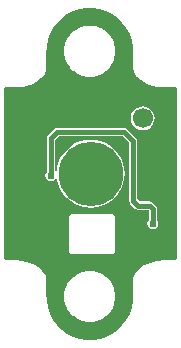
<source format=gtl>
G04*
G04 #@! TF.GenerationSoftware,Altium Limited,Altium Designer,20.0.2 (26)*
G04*
G04 Layer_Physical_Order=1*
G04 Layer_Color=255*
%FSLAX25Y25*%
%MOIN*%
G70*
G01*
G75*
%ADD12C,0.01500*%
%ADD13C,0.21457*%
%ADD14C,0.06693*%
%ADD15C,0.02400*%
G36*
X32328Y111058D02*
X34458Y110375D01*
X36457Y109373D01*
X38278Y108073D01*
X39876Y106509D01*
X41213Y104716D01*
X42258Y102738D01*
X42985Y100623D01*
X43376Y98421D01*
X43400Y97303D01*
X43424Y97270D01*
X43462Y97198D01*
X43488Y97121D01*
X43501Y97041D01*
Y91621D01*
X43524Y91169D01*
X43700Y90281D01*
X44046Y89445D01*
X44548Y88693D01*
X44853Y88357D01*
X44854Y88355D01*
X45262Y87967D01*
X46130Y87254D01*
X47064Y86630D01*
X48055Y86101D01*
X49093Y85671D01*
X50168Y85345D01*
X51270Y85125D01*
X52388Y85015D01*
X52950Y85001D01*
X57600D01*
X57784Y84925D01*
X57925Y84784D01*
X58002Y84600D01*
Y27900D01*
X57925Y27716D01*
X57784Y27575D01*
X57600Y27498D01*
X53410D01*
X53380Y27431D01*
X53286Y27319D01*
X53163Y27239D01*
X53023Y27197D01*
X52950D01*
X52388Y27183D01*
X51270Y27073D01*
X50168Y26854D01*
X49093Y26528D01*
X48055Y26098D01*
X47064Y25568D01*
X46130Y24944D01*
X45262Y24231D01*
X44854Y23844D01*
X44854Y23843D01*
X44853Y23842D01*
X44548Y23506D01*
X44046Y22753D01*
X43700Y21917D01*
X43524Y21030D01*
X43501Y20577D01*
Y15158D01*
X43488Y15078D01*
X43462Y15000D01*
X43424Y14928D01*
X43400Y14896D01*
X43376Y13778D01*
X42985Y11576D01*
X42258Y9460D01*
X41213Y7483D01*
X39876Y5690D01*
X38278Y4125D01*
X36457Y2826D01*
X34458Y1823D01*
X32328Y1141D01*
X30118Y796D01*
X27882D01*
X25672Y1141D01*
X23542Y1823D01*
X21543Y2826D01*
X19722Y4125D01*
X18124Y5690D01*
X16787Y7483D01*
X15742Y9460D01*
X15015Y11576D01*
X14624Y13778D01*
X14600Y14896D01*
X14576Y14928D01*
X14538Y15000D01*
X14512Y15078D01*
X14499Y15158D01*
Y20577D01*
X14476Y21030D01*
X14300Y21917D01*
X13954Y22753D01*
X13452Y23506D01*
X13148Y23842D01*
X13146Y23844D01*
X12738Y24231D01*
X11870Y24944D01*
X10936Y25568D01*
X9945Y26098D01*
X8907Y26528D01*
X7832Y26854D01*
X6730Y27073D01*
X5612Y27183D01*
X5050Y27197D01*
X4977D01*
X4837Y27239D01*
X4714Y27319D01*
X4620Y27431D01*
X4590Y27498D01*
X900D01*
X716Y27575D01*
X575Y27716D01*
X499Y27900D01*
Y84600D01*
X575Y84784D01*
X716Y84925D01*
X900Y85001D01*
X5050D01*
X5612Y85015D01*
X6730Y85125D01*
X7832Y85345D01*
X8907Y85671D01*
X9945Y86101D01*
X10936Y86630D01*
X11870Y87254D01*
X12738Y87967D01*
X13145Y88355D01*
X13148Y88357D01*
X13334Y88562D01*
X13452Y88693D01*
X13472Y88722D01*
X13954Y89445D01*
X14300Y90281D01*
X14476Y91169D01*
X14499Y91621D01*
Y97041D01*
X14512Y97121D01*
X14538Y97198D01*
X14576Y97270D01*
X14600Y97303D01*
X14624Y98421D01*
X15015Y100623D01*
X15742Y102738D01*
X16787Y104716D01*
X18124Y106509D01*
X19722Y108073D01*
X21543Y109373D01*
X23542Y110375D01*
X25672Y111058D01*
X27882Y111403D01*
X30118D01*
X32328Y111058D01*
D02*
G37*
%LPC*%
G36*
X29776Y105524D02*
X28225D01*
X28163Y105498D01*
X28098Y105511D01*
X26577Y105208D01*
X26521Y105171D01*
X26455D01*
X25022Y104578D01*
X24975Y104531D01*
X24909Y104518D01*
X23620Y103656D01*
X23583Y103601D01*
X23521Y103575D01*
X22425Y102479D01*
X22399Y102417D01*
X22344Y102380D01*
X21482Y101091D01*
X21469Y101025D01*
X21422Y100978D01*
X20829Y99545D01*
Y99479D01*
X20792Y99423D01*
X20489Y97902D01*
X20502Y97837D01*
X20477Y97776D01*
Y96224D01*
X20502Y96163D01*
X20489Y96098D01*
X20792Y94577D01*
X20829Y94521D01*
Y94455D01*
X21422Y93022D01*
X21469Y92975D01*
X21482Y92909D01*
X22344Y91620D01*
X22399Y91583D01*
X22425Y91521D01*
X23521Y90425D01*
X23583Y90399D01*
X23620Y90344D01*
X24909Y89482D01*
X24975Y89469D01*
X25022Y89422D01*
X26455Y88829D01*
X26521D01*
X26577Y88792D01*
X28098Y88489D01*
X28163Y88502D01*
X28225Y88477D01*
X29776D01*
X29837Y88502D01*
X29902Y88489D01*
X31424Y88792D01*
X31479Y88829D01*
X31545D01*
X32978Y89422D01*
X33025Y89469D01*
X33090Y89482D01*
X34380Y90344D01*
X34417Y90399D01*
X34479Y90425D01*
X35575Y91521D01*
X35601Y91583D01*
X35656Y91620D01*
X36518Y92909D01*
X36531Y92975D01*
X36578Y93022D01*
X37171Y94455D01*
Y94521D01*
X37208Y94577D01*
X37511Y96098D01*
X37498Y96163D01*
X37523Y96224D01*
Y97776D01*
X37498Y97837D01*
X37511Y97902D01*
X37208Y99423D01*
X37171Y99479D01*
Y99545D01*
X36578Y100978D01*
X36531Y101025D01*
X36518Y101091D01*
X35656Y102380D01*
X35601Y102417D01*
X35575Y102479D01*
X34479Y103575D01*
X34417Y103601D01*
X34380Y103656D01*
X33091Y104518D01*
X33025Y104531D01*
X32978Y104578D01*
X31545Y105171D01*
X31479D01*
X31424Y105208D01*
X29902Y105511D01*
X29837Y105498D01*
X29776Y105524D01*
D02*
G37*
G36*
X46620Y78585D02*
X45590Y78449D01*
X44630Y78051D01*
X43806Y77419D01*
X43173Y76595D01*
X42775Y75634D01*
X42640Y74604D01*
X42775Y73574D01*
X43173Y72614D01*
X43806Y71790D01*
X44630Y71157D01*
X45590Y70759D01*
X46620Y70624D01*
X47651Y70759D01*
X48611Y71157D01*
X49435Y71790D01*
X50068Y72614D01*
X50465Y73574D01*
X50601Y74604D01*
X50465Y75634D01*
X50068Y76595D01*
X49435Y77419D01*
X48611Y78051D01*
X47651Y78449D01*
X46620Y78585D01*
D02*
G37*
G36*
X18000Y71377D02*
X17473Y71272D01*
X17027Y70973D01*
X15027Y68973D01*
X14728Y68527D01*
X14624Y68000D01*
Y56680D01*
X14304Y56202D01*
X14165Y55500D01*
X14304Y54798D01*
X14702Y54202D01*
X15298Y53804D01*
X16000Y53665D01*
X16702Y53804D01*
X17298Y54202D01*
X17554Y54586D01*
X18066Y54453D01*
X18077Y54322D01*
X18493Y52588D01*
X19175Y50941D01*
X20107Y49421D01*
X21265Y48065D01*
X22621Y46907D01*
X24141Y45975D01*
X25789Y45293D01*
X27522Y44877D01*
X29300Y44737D01*
X31078Y44877D01*
X32811Y45293D01*
X34459Y45975D01*
X35979Y46907D01*
X37335Y48065D01*
X38493Y49421D01*
X39425Y50941D01*
X40107Y52588D01*
X40523Y54322D01*
X40663Y56100D01*
X40523Y57878D01*
X40107Y59611D01*
X39425Y61259D01*
X38493Y62779D01*
X37335Y64135D01*
X35979Y65293D01*
X34459Y66225D01*
X32811Y66907D01*
X31078Y67323D01*
X29300Y67463D01*
X27522Y67323D01*
X25789Y66907D01*
X24141Y66225D01*
X22621Y65293D01*
X21265Y64135D01*
X20107Y62779D01*
X19175Y61259D01*
X18493Y59611D01*
X18077Y57878D01*
X18020Y57156D01*
X17501Y56933D01*
X17376Y57033D01*
Y67430D01*
X18570Y68624D01*
X39930D01*
X42124Y66430D01*
Y47000D01*
X42228Y46473D01*
X42527Y46027D01*
X44027Y44527D01*
X44473Y44228D01*
X45000Y44124D01*
X48430D01*
X48624Y43930D01*
Y40680D01*
X48304Y40202D01*
X48165Y39500D01*
X48304Y38798D01*
X48702Y38202D01*
X49298Y37804D01*
X50000Y37665D01*
X50702Y37804D01*
X51298Y38202D01*
X51696Y38798D01*
X51835Y39500D01*
X51696Y40202D01*
X51376Y40680D01*
Y44500D01*
X51272Y45027D01*
X50973Y45473D01*
X50973Y45473D01*
X49973Y46473D01*
X49527Y46772D01*
X49000Y46876D01*
X45570D01*
X44876Y47570D01*
Y67000D01*
X44772Y67527D01*
X44473Y67973D01*
X41473Y70973D01*
X41027Y71272D01*
X40500Y71376D01*
X18000D01*
X18000Y71377D01*
D02*
G37*
G36*
X36727Y42620D02*
X22727Y42620D01*
X22267Y42430D01*
X22077Y41971D01*
X22077Y29971D01*
X22267Y29511D01*
X22727Y29321D01*
X36727Y29321D01*
X37186Y29511D01*
X37376Y29971D01*
X37376Y41971D01*
X37186Y42430D01*
X36727Y42620D01*
D02*
G37*
G36*
X29776Y23722D02*
X28225D01*
X28163Y23697D01*
X28098Y23710D01*
X26577Y23407D01*
X26521Y23370D01*
X26455D01*
X25022Y22776D01*
X24975Y22729D01*
X24909Y22716D01*
X23620Y21855D01*
X23583Y21799D01*
X23521Y21774D01*
X22425Y20677D01*
X22399Y20616D01*
X22344Y20579D01*
X21482Y19289D01*
X21469Y19224D01*
X21422Y19177D01*
X20829Y17744D01*
Y17677D01*
X20792Y17622D01*
X20489Y16101D01*
X20502Y16036D01*
X20477Y15974D01*
Y14423D01*
X20502Y14362D01*
X20489Y14296D01*
X20792Y12775D01*
X20829Y12720D01*
Y12653D01*
X21422Y11220D01*
X21469Y11173D01*
X21482Y11108D01*
X22344Y9818D01*
X22399Y9781D01*
X22425Y9720D01*
X23521Y8623D01*
X23583Y8598D01*
X23620Y8542D01*
X24909Y7681D01*
X24975Y7668D01*
X25022Y7621D01*
X26455Y7027D01*
X26521D01*
X26577Y6990D01*
X28098Y6688D01*
X28163Y6701D01*
X28225Y6675D01*
X29776D01*
X29837Y6701D01*
X29902Y6688D01*
X31424Y6990D01*
X31479Y7027D01*
X31545D01*
X32978Y7621D01*
X33025Y7668D01*
X33090Y7681D01*
X34380Y8542D01*
X34417Y8598D01*
X34479Y8623D01*
X35575Y9720D01*
X35601Y9781D01*
X35656Y9818D01*
X36518Y11108D01*
X36531Y11173D01*
X36578Y11220D01*
X37171Y12653D01*
Y12720D01*
X37208Y12775D01*
X37511Y14296D01*
X37498Y14362D01*
X37523Y14423D01*
Y15974D01*
X37498Y16036D01*
X37511Y16101D01*
X37208Y17622D01*
X37171Y17677D01*
Y17744D01*
X36578Y19177D01*
X36531Y19224D01*
X36518Y19289D01*
X35656Y20579D01*
X35601Y20616D01*
X35575Y20677D01*
X34479Y21774D01*
X34417Y21799D01*
X34380Y21855D01*
X33091Y22716D01*
X33025Y22729D01*
X32978Y22776D01*
X31545Y23370D01*
X31479D01*
X31424Y23407D01*
X29902Y23710D01*
X29837Y23697D01*
X29776Y23722D01*
D02*
G37*
%LPD*%
D12*
X50000Y39500D02*
Y44500D01*
X49000Y45500D02*
X50000Y44500D01*
X45000Y45500D02*
X49000D01*
X43500Y47000D02*
X45000Y45500D01*
X43500Y47000D02*
Y67000D01*
X40500Y70000D02*
X43500Y67000D01*
X18000Y70000D02*
X40500D01*
X16000Y68000D02*
X18000Y70000D01*
X16000Y55500D02*
Y68000D01*
D13*
X29300Y56100D02*
D03*
D14*
X19012Y78743D02*
D03*
X46620Y74604D02*
D03*
D15*
X8500Y35500D02*
D03*
X48500Y33500D02*
D03*
X50000Y39500D02*
D03*
X16000Y55500D02*
D03*
M02*

</source>
